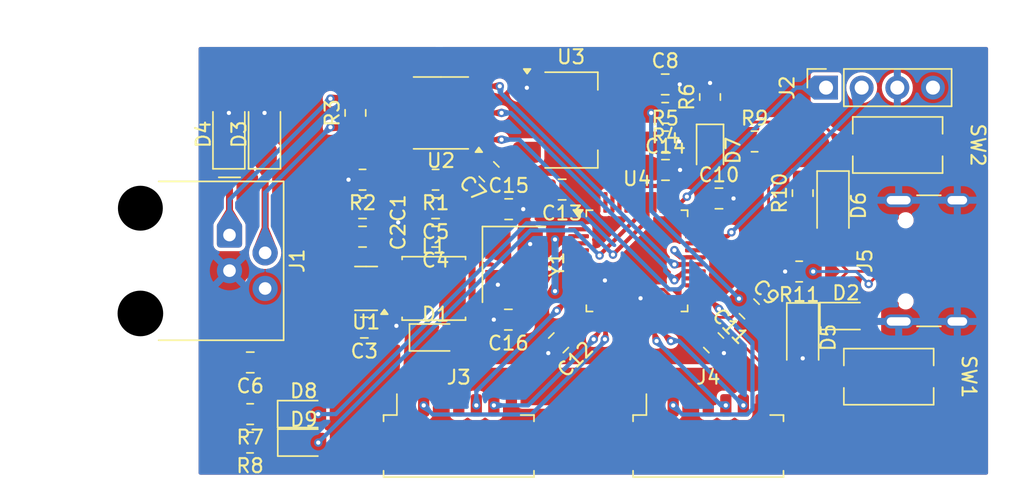
<source format=kicad_pcb>
(kicad_pcb (version 20240108) (generator "pcbnew") (generator_version "8.0")
  (layers (0 "F.Cu" signal) (31 "B.Cu" power) (34 "B.Paste" user) (35 "F.Paste" user) (36 "B.SilkS" user "B.Silkscreen") (37 "F.SilkS" user "F.Silkscreen") (38 "B.Mask" user) (39 "F.Mask" user) (44 "Edge.Cuts" user))
  (net 0 "")
  (net 1 "+12V")
  (net 2 "GND")
  (net 3 "Net-(U1-SW)")
  (net 4 "Net-(U1-VBST)")
  (net 5 "Net-(D1-A)")
  (net 6 "+5V")
  (net 7 "+3.3V")
  (net 8 "/RESET")
  (net 9 "/RCC_OSC_IN")
  (net 10 "/RCC_OSC_OUT")
  (net 11 "Net-(D2-A)")
  (net 12 "/RJ9_DB")
  (net 13 "/RJ9_DA")
  (net 14 "/USB_D-")
  (net 15 "/USB_D+")
  (net 16 "Net-(D7-K)")
  (net 17 "Net-(D8-K)")
  (net 18 "/STAT_LED")
  (net 19 "Net-(D9-K)")
  (net 20 "/DBG_LED")
  (net 21 "/SWDIO")
  (net 22 "/SWCLK")
  (net 23 "/LIDAR1_PWM")
  (net 24 "/LIDAR1_RX")
  (net 25 "/LIDAR1_TX")
  (net 26 "/LIDAR2_RX")
  (net 27 "/LIDAR2_TX")
  (net 28 "/LIDAR2_PWM")
  (net 29 "Net-(J5-CC2)")
  (net 30 "Net-(J5-CC1)")
  (net 31 "Net-(U1-VFB)")
  (net 32 "/BOOT")
  (net 33 "/RS485_RX")
  (net 34 "/RS485_MODE")
  (net 35 "/RS485_TX")
  (footprint "Package_TO_SOT_SMD:SOT-223-3_TabPin2" (layer "F.Cu") (at 227.711 66.167)
    (property "Reference" "U3")
    (property "Value" "NCP1117-3.3_SOT223")
  )
  (footprint "Capacitor_SMD:C_0805_2012Metric_Pad1.18x1.45mm_HandSolder" (layer "F.Cu") (at 221.869 69.85 135)
    (property "Reference" "C7")
    (property "Value" "22uF")
  )
  (footprint "Connector_Molex:Molex_PicoBlade_53261-0771_1x07-1MP_P1.25mm_Horizontal" (layer "F.Cu") (at 237.49 88.9)
    (property "Reference" "J4")
    (property "Value" "Conn_01x07_Pin")
  )
  (footprint "Capacitor_SMD:C_0805_2012Metric_Pad1.18x1.45mm_HandSolder" (layer "F.Cu") (at 212.852 72.450069)
    (property "Reference" "C1")
    (property "Value" "10uF")
  )
  (footprint "Capacitor_SMD:C_0805_2012Metric_Pad1.18x1.45mm_HandSolder" (layer "F.Cu") (at 238.252 71.755)
    (property "Reference" "C10")
    (property "Value" "10uF")
  )
  (footprint "Diode_SMD:D_0805_2012Metric_Pad1.15x1.40mm_HandSolder" (layer "F.Cu") (at 218.059 81.661)
    (property "Reference" "D1")
    (property "Value" "D_Schottky")
  )
  (footprint "Package_QFP:LQFP-48_7x7mm_P0.5mm" (layer "F.Cu") (at 232.41 76.2)
    (property "Reference" "U4")
    (property "Value" "STM32F103C8T6")
  )
  (footprint "Resistor_SMD:R_0805_2012Metric_Pad1.20x1.40mm_HandSolder" (layer "F.Cu") (at 212.852 70.418069 180)
    (property "Reference" "R2")
    (property "Value" "10k")
  )
  (footprint "Connector_USB:USB_C_Receptacle_GCT_USB4105-xx-A_16P_TopMnt_Horizontal" (layer "F.Cu") (at 254.163 76.2 90)
    (property "Reference" "J5")
    (property "Value" "USB_C_Receptacle_USB2.0_14P")
  )
  (footprint "Diode_SMD:D_1206_3216Metric_Pad1.42x1.75mm_HandSolder" (layer "F.Cu") (at 203.327 67.183 90)
    (property "Reference" "D4")
    (property "Value" "D_TVS")
  )
  (footprint "Resistor_SMD:R_0805_2012Metric_Pad1.20x1.40mm_HandSolder" (layer "F.Cu") (at 237.617 64.525 90)
    (property "Reference" "R6")
    (property "Value" "220")
  )
  (footprint "LED_SMD:LED_0805_2012Metric_Pad1.15x1.40mm_HandSolder" (layer "F.Cu") (at 237.617 68.335 -90)
    (property "Reference" "D7")
    (property "Value" "PWR_LED")
  )
  (footprint "Capacitor_SMD:C_0805_2012Metric_Pad1.18x1.45mm_HandSolder" (layer "F.Cu") (at 204.851 83.439 180)
    (property "Reference" "C6")
    (property "Value" "10uF")
  )
  (footprint "Capacitor_SMD:C_0805_2012Metric_Pad1.18x1.45mm_HandSolder" (layer "F.Cu") (at 240.411 79.629 -45)
    (property "Reference" "C9")
    (property "Value" "100nF")
  )
  (footprint "Resistor_SMD:R_0805_2012Metric_Pad1.20x1.40mm_HandSolder" (layer "F.Cu") (at 212.344 65.659 90)
    (property "Reference" "R3")
    (property "Value" "120")
  )
  (footprint "Resistor_SMD:R_0805_2012Metric_Pad1.20x1.40mm_HandSolder" (layer "F.Cu") (at 204.844 87.122 180)
    (property "Reference" "R7")
    (property "Value" "220")
  )
  (footprint "Crystal:Crystal_SMD_3225-4Pin_3.2x2.5mm_HandSoldering" (layer "F.Cu") (at 223.647 76.454 -90)
    (property "Reference" "Y1")
    (property "Value" "16MHz")
  )
  (footprint "Resistor_SMD:R_0805_2012Metric_Pad1.20x1.40mm_HandSolder" (layer "F.Cu") (at 244.221 71.374 90)
    (property "Reference" "R10")
    (property "Value" "5.1k")
  )
  (footprint "Capacitor_SMD:C_0805_2012Metric_Pad1.18x1.45mm_HandSolder" (layer "F.Cu") (at 218.059 72.450069 180)
    (property "Reference" "C5")
    (property "Value" "22uF")
  )
  (footprint "Capacitor_SMD:C_0805_2012Metric_Pad1.18x1.45mm_HandSolder" (layer "F.Cu") (at 218.059 74.482069 180)
    (property "Reference" "C4")
    (property "Value" "22uF")
  )
  (footprint "Package_TO_SOT_SMD:SOT-23-6" (layer "F.Cu") (at 213.106 78.165069 180)
    (property "Reference" "U1")
    (property "Value" "TPS563200")
  )
  (footprint "Capacitor_SMD:C_0805_2012Metric_Pad1.18x1.45mm_HandSolder" (layer "F.Cu") (at 212.979 80.959069 180)
    (property "Reference" "C3")
    (property "Value" "100nF")
  )
  (footprint "Capacitor_SMD:C_0805_2012Metric_Pad1.18x1.45mm_HandSolder" (layer "F.Cu") (at 212.852 74.482069)
    (property "Reference" "C2")
    (property "Value" "10uF")
  )
  (footprint "LED_SMD:LED_0805_2012Metric_Pad1.15x1.40mm_HandSolder" (layer "F.Cu") (at 208.67 89.154)
    (property "Reference" "D9")
    (property "Value" "DBG_LED")
  )
  (footprint "Package_SO:SOIC-8_3.9x4.9mm_P1.27mm" (layer "F.Cu") (at 218.44 65.659 180)
    (property "Reference" "U2")
    (property "Value" "THVD1420D")
  )
  (footprint "Capacitor_SMD:C_0805_2012Metric_Pad1.18x1.45mm_HandSolder" (layer "F.Cu") (at 223.266 72.517)
    (property "Reference" "C15")
    (property "Value" "10pF")
  )
  (footprint "Diode_SMD:D_1206_3216Metric_Pad1.42x1.75mm_HandSolder" (layer "F.Cu") (at 244.221 81.661 -90)
    (property "Reference" "D5")
    (property "Value" "D_TVS")
  )
  (footprint "Capacitor_SMD:C_0805_2012Metric_Pad1.18x1.45mm_HandSolder" (layer "F.Cu") (at 223.2445 80.391 180)
    (property "Reference" "C16")
    (property "Value" "10pF")
  )
  (footprint "Capacitor_SMD:C_0805_2012Metric_Pad1.18x1.45mm_HandSolder" (layer "F.Cu") (at 226.822 82.042 -135)
    (property "Reference" "C12")
    (property "Value" "100nF")
  )
  (footprint "Connector_RJ:RJ9_Evercom_5301-440xxx_Horizontal" (layer "F.Cu") (at 203.37 74.36 -90)
    (property "Reference" "J1")
    (property "Value" "RJ9")
  )
  (footprint "Resistor_SMD:R_0805_2012Metric_Pad1.20x1.40mm_HandSolder" (layer "F.Cu") (at 234.4205 65.659 180)
    (property "Reference" "R4")
    (property "Value" "4.7k")
  )
  (footprint "Inductor_SMD:L_Abracon_ASPI-0425" (layer "F.Cu") (at 217.932 78.165069)
    (property "Reference" "L1")
    (property "Value" "3.3uH")
  )
  (footprint "Connector_Molex:Molex_PicoBlade_53261-0771_1x07-1MP_P1.25mm_Horizontal" (layer "F.Cu") (at 219.71 88.9)
    (property "Reference" "J3")
    (property "Value" "Conn_01x07_Pin")
  )
  (footprint "Resistor_SMD:R_0805_2012Metric_Pad1.20x1.40mm_HandSolder" (layer "F.Cu") (at 218.059 70.418069 180)
    (property "Reference" "R1")
    (property "Value" "56.2k")
  )
  (footprint "Resistor_SMD:R_0805_2012Metric_Pad1.20x1.40mm_HandSolder" (layer "F.Cu") (at 204.835 89.154 180)
    (property "Reference" "R8")
    (property "Value" "220")
  )
  (footprint "Capacitor_SMD:C_0805_2012Metric_Pad1.18x1.45mm_HandSolder" (layer "F.Cu") (at 234.4205 63.627)
    (property "Reference" "C8")
    (property "Value" "22uF")
  )
  (footprint "LED_SMD:LED_0805_2012Metric_Pad1.15x1.40mm_HandSolder" (layer "F.Cu") (at 208.661 87.122)
    (property "Reference" "D8")
    (property "Value" "STAT_LED")
  )
  (footprint "Capacitor_SMD:C_0805_2012Metric_Pad1.18x1.45mm_HandSolder" (layer "F.Cu") (at 234.442 69.723)
    (property "Reference" "C14")
    (property "Value" "100nF")
  )
  (footprint "Diode_SMD:D_1206_3216Metric_Pad1.42x1.75mm_HandSolder" (layer "F.Cu") (at 246.38 72.263 -90)
    (property "Reference" "D6")
    (property "Value" "D_TVS")
  )
  (footprint "Button_Switch_SMD:SW_Tactile_SPST_NO_Straight_CK_PTS636Sx25SMTRLFS" (layer "F.Cu") (at 250.353 84.455)
    (property "Reference" "SW1")
    (property "Value" "SW_SPST")
  )
  (footprint "Resistor_SMD:R_0805_2012Metric_Pad1.20x1.40mm_HandSolder" (layer "F.Cu") (at 234.4205 67.691)
    (property "Reference" "R5")
    (property "Value" "100k")
  )
  (footprint "Resistor_SMD:R_0805_2012Metric_Pad1.20x1.40mm_HandSolder" (layer "F.Cu") (at 243.967 76.962 180)
    (property "Reference" "R11")
    (property "Value" "5.1k")
  )
  (footprint "Diode_SMD:D_0805_2012Metric_Pad1.15x1.40mm_HandSolder" (layer "F.Cu") (at 247.305 80.137)
    (property "Reference" "D2")
    (property "Value" "D_Schottky")
  )
  (footprint "Connector_PinSocket_2.54mm:PinSocket_1x04_P2.54mm_Vertical" (layer "F.Cu") (at 245.882 63.856 90)
    (property "Reference" "J2")
    (property "Value" "Conn_01x04_Pin")
  )
  (footprint "Button_Switch_SMD:SW_Tactile_SPST_NO_Straight_CK_PTS636Sx25SMTRLFS" (layer "F.Cu") (at 250.988 67.945)
    (property "Reference" "SW2")
    (property "Value" "SW_SPST")
  )
  (footprint "Resistor_SMD:R_0805_2012Metric_Pad1.20x1.40mm_HandSolder" (layer "F.Cu") (at 240.792 67.691)
    (property "Reference" "R9")
    (property "Value" "1.5k")
  )
  (footprint "Capacitor_SMD:C_0805_2012Metric_Pad1.18x1.45mm_HandSolder" (layer "F.Cu") (at 237.871 82.042 -45)
    (property "Reference" "C11")
    (property "Value" "100nF")
  )
  (footprint "Capacitor_SMD:C_0805_2012Metric_Pad1.18x1.45mm_HandSolder" (layer "F.Cu") (at 227.076 71.12 180)
    (property "Reference" "C13")
    (property "Value" "100nF")
  )
  (footprint "Diode_SMD:D_1206_3216Metric_Pad1.42x1.75mm_HandSolder" (layer "F.Cu") (at 205.867 67.183 90)
    (property "Reference" "D3")
    (property "Value" "D_TVS")
  )
  (segment (start 205.8885 78.1915) (end 205.91 78.17) (width 0.5) (layer "F.Cu") (net 1))
  (segment (start 211.9685 78.165069) (end 212.630999 78.165069) (width 0.5) (layer "F.Cu") (net 1))
  (segment (start 205.8885 83.439) (end 205.8885 78.1915) (width 0.5) (layer "F.Cu") (net 1))
  (segment (start 212.630999 78.165069) (end 213.580999 77.215069) (width 0.5) (layer "F.Cu") (net 1))
  (segment (start 213.580999 77.215069) (end 214.2435 77.215069) (width 0.5) (layer "F.Cu") (net 1))
  (segment (start 236.5725 73.95) (end 237.8195 73.95) (width 0.3) (layer "F.Cu") (net 2))
  (segment (start 222.497 77.904) (end 222.497 80.101) (width 0.5) (layer "F.Cu") (net 2))
  (segment (start 224.3035 72.517) (end 224.3035 74.5105) (width 0.5) (layer "F.Cu") (net 2))
  (segment (start 203.327 65.6955) (end 203.327 65.659) (width 0.5) (layer "F.Cu") (net 2))
  (segment (start 225.21 64.262) (end 225.196 64.248) (width 0.5) (layer "F.Cu") (net 2))
  (segment (start 234.66 80.3625) (end 234.66 79.52188) (width 0.3) (layer "F.Cu") (net 2))
  (segment (start 215.207 80.078569) (end 214.2435 79.115069) (width 0.5) (layer "F.Cu") (net 2))
  (segment (start 244.6225 70.7755) (end 244.221 70.374) (width 0.5) (layer "F.Cu") (net 2))
  (segment (start 203.8135 77.3435) (end 203.37 76.9) (width 0.5) (layer "F.Cu") (net 2))
  (segment (start 239.2895 72.48) (end 239.2895 71.755) (width 0.3) (layer "F.Cu") (net 2))
  (segment (start 205.867 65.659) (end 205.867 65.532) (width 0.5) (layer "F.Cu") (net 2))
  (segment (start 215.207 80.774069) (end 215.207 80.078569) (width 0.5) (layer "F.Cu") (net 2))
  (segment (start 234.00512 78.867) (end 232.664 78.867) (width 0.3) (layer "F.Cu") (net 2))
  (segment (start 215.265 80.832069) (end 215.207 80.774069) (width 0.5) (layer "F.Cu") (net 2))
  (segment (start 222.497 80.101) (end 222.207 80.391) (width 0.5) (layer "F.Cu") (net 2))
  (segment (start 203.327 65.659) (end 203.327 65.532) (width 0.5) (layer "F.Cu") (net 2))
  (segment (start 237.8195 73.95) (end 239.2895 72.48) (width 0.3) (layer "F.Cu") (net 2))
  (segment (start 242.967 76.962) (end 242.967 78.540246) (width 0.5) (layer "F.Cu") (net 2))
  (segment (start 242.967 78.540246) (end 241.144623 80.362623) (width 0.5) (layer "F.Cu") (net 2))
  (segment (start 234.66 79.52188) (end 234.00512 78.867) (width 0.3) (layer "F.Cu") (net 2))
  (segment (start 224.3035 74.5105) (end 224.797 75.004) (width 0.5) (layer "F.Cu") (net 2))
  (segment (start 229.477 76.95) (end 230.124 77.597) (width 0.3) (layer "F.Cu") (net 2))
  (segment (start 228.2475 76.95) (end 229.477 76.95) (width 0.3) (layer "F.Cu") (net 2))
  (segment (start 224.3035 72.517) (end 224.6415 72.517) (width 0.5) (layer "F.Cu") (net 2))
  (segment (start 224.6415 72.517) (end 226.0385 71.12) (width 0.5) (layer "F.Cu") (net 2))
  (segment (start 246.38 70.7755) (end 244.6225 70.7755) (width 0.5) (layer "F.Cu") (net 2))
  (segment (start 205.867 65.6955) (end 205.867 65.659) (width 0.5) (layer "F.Cu") (net 2))
  (via (at 235.4795 69.723) (size 0.6) (drill 0.3) (layers "F.Cu" "B.Cu") (net 2))
  (via (at 224.797 75.004) (size 0.6) (drill 0.3) (layers "F.Cu" "B.Cu") (net 2))
  (via (at 244.221 83.1485) (size 0.6) (drill 0.3) (layers "F.Cu" "B.Cu") (net 2))
  (via (at 235.458 63.627) (size 0.6) (drill 0.3) (layers "F.Cu" "B.Cu") (net 2))
  (via (at 224.561 63.867) (size 0.6) (drill 0.3) (layers "F.Cu" "B.Cu") (net 2))
  (via (at 205.867 65.659) (size 0.6) (drill 0.3) (layers "F.Cu" "B.Cu") (net 2))
  (via (at 222.497 77.904) (size 0.6) (drill 0.3) (layers "F.Cu" "B.Cu") (net 2))
  (via (at 230.124 77.597) (size 0.6) (drill 0.3) (layers "F.Cu" "B.Cu") (net 2))
  (via (at 215.392 73.466069) (size 0.6) (drill 0.3) (layers "F.Cu" "B.Cu") (net 2))
  (via (at 238.604623 82.775623) (size 0.6) (drill 0.3) (layers "F.Cu" "B.Cu") (net 2))
  (via (at 237.617 63.525) (size 0.6) (drill 0.3) (layers "F.Cu" "B.Cu") (net 2))
  (via (at 222.207 80.391) (size 0.6) (drill 0.3) (layers "F.Cu" "B.Cu") (net 2))
  (via (at 226.088377 82.775623) (size 0.6) (drill 0.3) (layers "F.Cu" "B.Cu") (net 2))
  (via (at 203.327 65.659) (size 0.6) (drill 0.3) (layers "F.Cu" "B.Cu") (net 2))
  (via (at 242.967 76.962) (size 0.6) (drill 0.3) (layers "F.Cu" "B.Cu") (net 2))
  (via (at 232.664 78.867) (size 0.6) (drill 0.3) (layers "F.Cu" "B.Cu") (net 2))
  (via (at 239.2895 71.755) (size 0.6) (drill 0.3) (layers "F.Cu" "B.Cu") (net 2))
  (via (at 224.3035 72.517) (size 0.6) (drill 0.3) (layers "F.Cu" "B.Cu") (net 2))
  (via (at 215.265 80.832069) (size 0.6) (drill 0.3) (layers "F.Cu" "B.Cu") (net 2))
  (via (at 211.852 70.418069) (size 0.6) (drill 0.3) (layers "F.Cu" "B.Cu") (net 2))
  (via (at 235.4205 67.691) (size 0.6) (drill 0.3) (layers "F.Cu" "B.Cu") (net 2))
  (segment (start 213.678316 78.165069) (end 213.131 78.712385) (width 0.5) (layer "F.Cu") (net 3))
  (segment (start 214.2435 78.165069) (end 213.678316 78.165069) (width 0.5) (layer "F.Cu") (net 3))
  (segment (start 213.131 78.712385) (end 213.131 80.073569) (width 0.5) (layer "F.Cu") (net 3))
  (segment (start 214.2435 78.165069) (end 216.407 78.165069) (width 0.5) (layer "F.Cu") (net 3))
  (segment (start 213.131 80.073569) (end 214.0165 80.959069) (width 0.5) (layer "F.Cu") (net 3))
  (segment (start 211.9685 80.932069) (end 211.9415 80.959069) (width 0.5) (layer "F.Cu") (net 4))
  (segment (start 211.9685 79.115069) (end 211.9685 80.932069) (width 0.5) (layer "F.Cu") (net 4))
  (segment (start 223.379 68.467) (end 220.657 71.189) (width 0.5) (layer "F.Cu") (net 6))
  (segment (start 220.657 71.189) (end 220.657 81.859878) (width 0.5) (layer "F.Cu") (net 6))
  (segment (start 218.184 82.811) (end 217.034 81.661) (width 0.5) (layer "F.Cu") (net 6))
  (segment (start 224.561 68.467) (end 223.379 68.467) (width 0.5) (layer "F.Cu") (net 6))
  (segment (start 220.657 81.859878) (end 219.705878 82.811) (width 0.5) (layer "F.Cu") (net 6))
  (segment (start 219.705878 82.811) (end 218.184 82.811) (width 0.5) (layer "F.Cu") (net 6))
  (segment (start 231.38788 69.469) (end 229.66 71.19688) (width 0.3) (layer "F.Cu") (net 7))
  (segment (start 237.2145 71.755) (end 237.2145 72.708) (width 0.5) (layer "F.Cu") (net 7))
  (segment (start 229.335 79.275) (end 227.555623 81.054377) (width 0.3) (layer "F.Cu") (net 7))
  (segment (start 229.335 77.69688) (end 229.335 79.275) (width 0.3) (layer "F.Cu") (net 7))
  (segment (start 228.1135 73.316) (end 228.2475 73.45) (width 0.3) (layer "F.Cu") (net 7))
  (segment (start 228.1135 71.12) (end 228.1135 73.316) (width 0.3) (layer "F.Cu") (net 7))
  (segment (start 229.66 71.19688) (end 229.66 72.0375) (width 0.3) (layer "F.Cu") (net 7))
  (segment (start 236.105877 81.308377) (end 235.16 80.3625) (width 0.3) (layer "F.Cu") (net 7))
  (segment (start 227.555623 81.054377) (end 227.555623 81.308377) (width 0.3) (layer "F.Cu") (net 7))
  (segment (start 237.137377 81.308377) (end 236.105877 81.308377) (width 0.3) (layer "F.Cu") (net 7))
  (segment (start 233.4045 69.469) (end 231.38788 69.469) (width 0.3) (layer "F.Cu") (net 7))
  (segment (start 229.08812 77.45) (end 229.335 77.69688) (width 0.3) (layer "F.Cu") (net 7))
  (segment (start 228.2475 77.45) (end 229.08812 77.45) (width 0.3) (layer "F.Cu") (net 7))
  (segment (start 237.2145 72.708) (end 236.5725 73.35) (width 0.5) (layer "F.Cu") (net 7))
  (via (at 226.568 78.359) (size 0.6) (drill 0.3) (layers "F.Cu" "B.Cu") (net 7))
  (via (at 226.568 74.676) (size 0.6) (drill 0.3) (layers "F.Cu" "B.Cu") (net 7))
  (segment (start 226.568 74.676) (end 226.568 78.359) (width 0.5) (layer "B.Cu") (net 7))
  (segment (start 242.229471 84.455) (end 237.954735 80.180265) (width 0.2) (layer "F.Cu") (net 8))
  (segment (start 237.317061 79.54259) (end 235.61 79.54259) (width 0.2) (layer "F.Cu") (net 8))
  (segment (start 231.607529 78.232) (end 229.825529 76.45) (width 0.2) (layer "F.Cu") (net 8))
  (segment (start 238.003471 80.229) (end 237.954735 80.180265) (width 0.2) (layer "F.Cu") (net 8))
  (segment (start 237.954735 80.180265) (end 237.317061 79.54259) (width 0.2) (layer "F.Cu") (net 8))
  (segment (start 235.61 79.54259) (end 234.29941 78.232) (width 0.2) (layer "F.Cu") (net 8))
  (segment (start 246.478 84.455) (end 242.229471 84.455) (width 0.2) (layer "F.Cu") (net 8))
  (segment (start 229.825529 76.45) (end 228.2475 76.45) (width 0.2) (layer "F.Cu") (net 8))
  (segment (start 239.153836 80.229) (end 238.003471 80.229) (width 0.2) (layer "F.Cu") (net 8))
  (segment (start 239.677377 79.705459) (end 239.153836 80.229) (width 0.2) (layer "F.Cu") (net 8))
  (segment (start 239.677377 78.895377) (end 239.677377 79.705459) (width 0.2) (layer "F.Cu") (net 8))
  (segment (start 234.29941 78.232) (end 231.607529 78.232) (width 0.2) (layer "F.Cu") (net 8))
  (via (at 233.4205 65.659) (size 0.6) (drill 0.3) (layers "F.Cu" "B.Cu") (net 8))
  (via (at 239.677377 78.895377) (size 0.6) (drill 0.3) (layers "F.Cu" "B.Cu") (net 8))
  (segment (start 233.4205 65.659) (end 233.4205 72.6385) (width 0.3) (layer "B.Cu") (net 8))
  (segment (start 233.4205 72.6385) (end 239.677377 78.895377) (width 0.3) (layer "B.Cu") (net 8))
  (segment (start 227.199774 75.45) (end 226.195774 76.454) (width 0.3) (layer "F.Cu") (net 9))
  (segment (start 222.497 75.004) (end 222.497 72.7855) (width 0.3) (layer "F.Cu") (net 9))
  (segment (start 223.139 76.454) (end 222.497 75.812) (width 0.3) (layer "F.Cu") (net 9))
  (segment (start 222.497 75.812) (end 222.497 75.004) (width 0.3) (layer "F.Cu") (net 9))
  (segment (start 228.2475 75.45) (end 227.199774 75.45) (width 0.3) (layer "F.Cu") (net 9))
  (segment (start 222.497 72.7855) (end 222.2285 72.517) (width 0.3) (layer "F.Cu") (net 9))
  (segment (start 226.195774 76.454) (end 223.139 76.454) (width 0.3) (layer "F.Cu") (net 9))
  (segment (start 224.282 80.391) (end 224.282 78.419) (width 0.3) (layer "F.Cu") (net 10))
  (segment (start 224.282 78.419) (end 224.797 77.904) (width 0.3) (layer "F.Cu") (net 10))
  (segment (start 228.2475 75.95) (end 227.40688 75.95) (width 0.3) (layer "F.Cu") (net 10))
  (segment (start 225.45288 77.904) (end 224.797 77.904) (width 0.3) (layer "F.Cu") (net 10))
  (segment (start 227.40688 75.95) (end 225.45288 77.904) (width 0.3) (layer "F.Cu") (net 10))
  (segment (start 251.093406 78.6) (end 250.483 78.6) (width 0.2) (layer "F.Cu") (net 11))
  (segment (start 251.758 77.935406) (end 251.093406 78.6) (width 0.2) (layer "F.Cu") (net 11))
  (segment (start 250.483 73.8) (end 251.057999 73.8) (width 0.2) (layer "F.Cu") (net 11))
  (segment (start 251.057999 73.8) (end 251.758 74.500001) (width 0.2) (layer "F.Cu") (net 11))
  (segment (start 249.867 78.6) (end 248.33 80.137) (width 0.2) (layer "F.Cu") (net 11))
  (segment (start 251.758 74.500001) (end 251.758 77.935406) (width 0.2) (layer "F.Cu") (net 11))
  (segment (start 250.483 78.6) (end 249.867 78.6) (width 0.2) (layer "F.Cu") (net 11))
  (segment (start 205.91 75.63) (end 205.91 68.7135) (width 0.5) (layer "F.Cu") (net 12))
  (segment (start 212.328 66.675) (end 212.344 66.659) (width 0.5) (layer "F.Cu") (net 12))
  (segment (start 215.965 66.294) (end 212.709 66.294) (width 0.3) (layer "F.Cu") (net 12))
  (segment (start 205.91 68.7135) (end 205.867 68.6705) (width 0.5) (layer "F.Cu") (net 12))
  (segment (start 212.709 66.294) (end 212.344 66.659) (width 0.3) (layer "F.Cu") (net 12))
  (segment (start 210.566 66.675) (end 212.328 66.675) (width 0.5) (layer "F.Cu") (net 12))
  (via (at 210.566 66.675) (size 0.6) (drill 0.3) (layers "F.Cu" "B.Cu") (net 12))
  (segment (start 205.91 75.63) (end 205.91 71.331) (width 0.3) (layer "B.Cu") (net 12))
  (segment (start 205.91 71.331) (end 210.566 66.675) (width 0.3) (layer "B.Cu") (net 12))
  (segment (start 212.328 64.643) (end 212.344 64.659) (width 0.5) (layer "F.Cu") (net 13))
  (segment (start 212.709 65.024) (end 212.344 64.659) (width 0.3) (layer "F.Cu") (net 13))
  (segment (start 210.566 64.643) (end 212.328 64.643) (width 0.5) (layer "F.Cu") (net 13))
  (segment (start 215.965 65.024) (end 212.709 65.024) (width 0.3) (layer "F.Cu") (net 13))
  (segment (start 203.37 74.36) (end 203.37 68.7135) (width 0.5) (layer "F.Cu") (net 13))
  (segment (start 203.37 68.7135) (end 203.327 68.6705) (width 0.5) (layer "F.Cu") (net 13))
  (via (at 210.566 64.643) (size 0.6) (drill 0.3) (layers "F.Cu" "B.Cu") (net 13))
  (segment (start 203.37 74.36) (end 203.37 71.839) (width 0.3) (layer "B.Cu") (net 13))
  (segment (start 203.37 71.839) (end 210.566 64.643) (width 0.3) (layer "B.Cu") (net 13))
  (segment (start 251.09041 76.95) (end 250.483 76.95) (width 0.2) (layer "F.Cu") (net 14))
  (segment (start 251.358 76.68241) (end 251.09041 76.95) (width 0.2) (layer "F.Cu") (net 14))
  (segment (start 236.5725 75.45) (end 245.9445 75.45) (width 0.2) (layer "F.Cu") (net 14))
  (segment (start 251.09041 75.95) (end 251.358 76.21759) (width 0.2) (layer "F.Cu") (net 14))
  (segment (start 247.4445 76.95) (end 250.483 76.95) (width 0.2) (layer "F.Cu") (net 14))
  (segment (start 245.9445 75.45) (end 247.4445 76.95) (width 0.2) (layer "F.Cu") (net 14))
  (segment (start 250.483 75.95) (end 251.09041 75.95) (width 0.2) (layer "F.Cu") (net 14))
  (segment (start 247.4445 76.95) (end 244.221 80.1735) (width 0.2) (layer "F.Cu") (net 14))
  (segment (start 251.358 76.21759) (end 251.358 76.68241) (width 0.2) (layer "F.Cu") (net 14))
  (segment (start 250.483 75.45) (end 248.8415 75.45) (width 0.2) (layer "F.Cu") (net 15))
  (segment (start 250.483 75.45) (end 249.87559 75.45) (width 0.2) (layer "F.Cu") (net 15))
  (segment (start 249.608 75.71759) (end 249.608 76.18241) (width 0.2) (layer "F.Cu") (net 15))
  (segment (start 241.792 72.291744) (end 244.450256 74.95) (width 0.2) (layer "F.Cu") (net 15))
  (segment (start 248.3415 74.95) (end 248.49375 75.10225) (width 0.2) (layer "F.Cu") (net 15))
  (segment (start 249.87559 75.45) (end 249.608 75.71759) (width 0.2) (layer "F.Cu") (net 15))
  (segment (start 248.8415 75.45) (end 248.49375 75.10225) (width 0.2) (layer "F.Cu") (net 15))
  (segment (start 247.142 74.95) (end 246.38 74.188) (width 0.2) (layer "F.Cu") (net 15))
  (segment (start 247.142 74.95) (end 248.3415 74.95) (width 0.2) (layer "F.Cu") (net 15))
  (segment (start 249.608 76.18241) (end 249.87559 76.45) (width 0.2) (layer "F.Cu") (net 15))
  (segment (start 246.38 74.188) (end 246.38 73.7505) (width 0.2) (layer "F.Cu") (net 15))
  (segment (start 236.5725 74.95) (end 244.729 74.95) (width 0.2) (layer "F.Cu") (net 15))
  (segment (start 244.729 74.95) (end 247.142 74.95) (width 0.2) (layer "F.Cu") (net 15))
  (segment (start 249.87559 76.45) (end 250.483 76.45) (width 0.2) (layer "F.Cu") (net 15))
  (segment (start 241.792 67.691) (end 241.792 72.291744) (width 0.2) (layer "F.Cu") (net 15))
  (segment (start 244.450256 74.95) (end 244.729 74.95) (width 0.2) (layer "F.Cu") (net 15))
  (segment (start 237.617 65.525) (end 237.617 67.31) (width 0.5) (layer "F.Cu") (net 16))
  (segment (start 207.636 87.122) (end 205.844 87.122) (width 0.5) (layer "F.Cu") (net 17))
  (segment (start 233.16 73.29736) (end 230.69868 75.75868) (width 0.3) (layer "F.Cu") (net 18))
  (segment (start 233.16 72.0375) (end 233.16 73.29736) (width 0.3) (layer "F.Cu") (net 18))
  (via (at 209.686 87.122) (size 0.6) (drill 0.3) (layers "F.Cu" "B.Cu") (net 18))
  (via (at 230.69868 75.75868) (size 0.6) (drill 0.3) (layers "F.Cu" "B.Cu") (net 18))
  (segment (start 230.69868 75.75868) (end 228.466 73.526) (width 0.3) (layer "B.Cu") (net 18))
  (segment (start 224.543 73.526) (end 210.947 87.122) (width 0.3) (layer "B.Cu") (net 18))
  (segment (start 210.947 87.122) (end 209.686 87.122) (width 0.3) (layer "B.Cu") (net 18))
  (segment (start 228.466 73.526) (end 224.543 73.526) (width 0.3) (layer "B.Cu") (net 18))
  (segment (start 205.835 89.154) (end 207.645 89.154) (width 0.5) (layer "F.Cu") (net 19))
  (segment (start 232.66 72.87812) (end 232.66 72.0375) (width 0.3) (layer "F.Cu") (net 20))
  (segment (start 229.743 75.819) (end 229.743 75.79512) (width 0.3) (layer "F.Cu") (net 20))
  (segment (start 229.743 75.79512) (end 232.66 72.87812) (width 0.3) (layer "F.Cu") (net 20))
  (via (at 209.695 89.154) (size 0.6) (drill 0.3) (layers "F.Cu" "B.Cu") (net 20))
  (via (at 229.743 75.819) (size 0.6) (drill 0.3) (layers "F.Cu" "B.Cu") (net 20))
  (segment (start 227.95 74.026) (end 224.823 74.026) (width 0.3) (layer "B.Cu") (net 20))
  (segment (start 229.743 75.819) (end 227.95 74.026) (width 0.3) (layer "B.Cu") (net 20))
  (segment (start 224.823 74.026) (end 209.695 89.154) (width 0.3) (layer "B.Cu") (net 20))
  (segment (start 236.5725 74.45) (end 238.859 74.45) (width 0.3) (layer "F.Cu") (net 21))
  (segment (start 238.859 74.45) (end 239.141 74.168) (width 0.3) (layer "F.Cu") (net 21))
  (via (at 239.141 74.168) (size 0.6) (drill 0.3) (layers "F.Cu" "B.Cu") (net 21))
  (segment (start 239.141 74.168) (end 248.422 64.887) (width 0.3) (layer "B.Cu") (net 21))
  (segment (start 248.422 64.887) (end 248.422 63.856) (width 0.3) (layer "B.Cu") (net 21))
  (segment (start 235.16 72.0375) (end 235.5565 72.0375) (width 0.3) (layer "F.Cu") (net 22))
  (segment (start 235.5565 72.0375) (end 235.966 71.628) (width 0.3) (layer "F.Cu") (net 22))
  (via (at 235.966 71.628) (size 0.6) (drill 0.3) (layers "F.Cu" "B.Cu") (net 22))
  (segment (start 243.738 63.856) (end 245.882 63.856) (width 0.3) (layer "B.Cu") (net 22))
  (segment (start 235.966 71.628) (end 243.738 63.856) (width 0.3) (layer "B.Cu") (net 22))
  (segment (start 230.124 81.788) (end 230.16 81.752) (width 0.3) (layer "F.Cu") (net 23))
  (segment (start 230.16 81.752) (end 230.16 80.3625) (width 0.3) (layer "F.Cu") (net 23))
  (via (at 230.124 81.788) (size 0.6) (drill 0.3) (layers "F.Cu" "B.Cu") (net 23))
  (via (at 217.21 86.5) (size 0.6) (drill 0.3) (layers "F.Cu" "B.Cu") (net 23))
  (segment (start 230.124 81.788) (end 230.124 81.907236) (width 0.3) (layer "B.Cu") (net 23))
  (segment (start 224.881236 87.15) (end 217.86 87.15) (width 0.3) (layer "B.Cu") (net 23))
  (segment (start 217.86 87.15) (end 217.21 86.5) (width 0.3) (layer "B.Cu") (net 23))
  (segment (start 230.124 81.907236) (end 224.881236 87.15) (width 0.3) (layer "B.Cu") (net 23))
  (segment (start 229.323997 81.668764) (end 229.323997 81.788) (width 0.3) (layer "F.Cu") (net 24))
  (segment (start 229.66 80.3625) (end 229.66 81.332761) (width 0.3) (layer "F.Cu") (net 24))
  (segment (start 229.66 81.332761) (end 229.323997 81.668764) (width 0.3) (layer "F.Cu") (net 24))
  (via (at 222.21 86.5) (size 0.6) (drill 0.3) (layers "F.Cu" "B.Cu") (net 24))
  (via (at 229.323997 81.788) (size 0.6) (drill 0.3) (layers "F.Cu" "B.Cu") (net 24))
  (segment (start 229.323997 81.826003) (end 224.65 86.5) (width 0.3) (layer "B.Cu") (net 24))
  (segment (start 224.65 86.5) (end 222.21 86.5) (width 0.3) (layer "B.Cu") (net 24))
  (segment (start 229.323997 81.926003) (end 229.323997 81.788) (width 0.3) (layer "B.Cu") (net 24))
  (segment (start 229.323997 81.788) (end 229.323997 81.826003) (width 0.3) (layer "B.Cu") (net 24))
  (segment (start 227.501 78.95) (end 226.695 79.756) (width 0.3) (layer "F.Cu") (net 25))
  (segment (start 228.2475 78.95) (end 227.501 78.95) (width 0.3) (layer "F.Cu") (net 25))
  (via (at 220.96 86.5) (size 0.6) (drill 0.3) (layers "F.Cu" "B.Cu") (net 25))
  (via (at 226.695 79.756) (size 0.6) (drill 0.3) (layers "F.Cu" "B.Cu") (net 25))
  (segment (start 220.96 85.491) (end 220.96 86.5) (width 0.3) (layer "B.Cu") (net 25))
  (segment (start 226.695 79.756) (end 220.96 85.491) (width 0.3) (layer "B.Cu") (net 25))
  (segment (start 234.16 80.3625) (end 234.16 81.252) (width 0.3) (layer "F.Cu") (net 26))
  (segment (start 234.16 81.252) (end 234.823 81.915) (width 0.3) (layer "F.Cu") (net 26))
  (via (at 239.99 86.5) (size 0.6) (drill 0.3) (layers "F.Cu" "B.Cu") (net 26))
  (via (at 234.823 81.915) (size 0.6) (drill 0.3) (layers "F.Cu" "B.Cu") (net 26))
  (segment (start 234.823 81.915) (end 235.405 81.915) (width 0.3) (layer "B.Cu") (net 26))
  (segment (start 235.405 81.915) (end 239.99 86.5) (width 0.3) (layer "B.Cu") (net 26))
  (segment (start 233.66 81.768) (end 233.807 81.915) (width 0.3) (layer "F.Cu") (net 27))
  (segment (start 233.66 80.3625) (end 233.66 81.768) (width 0.3) (layer "F.Cu") (net 27))
  (via (at 238.74 86.5) (size 0.6) (drill 0.3) (layers "F.Cu" "B.Cu") (net 27))
  (via (at 233.807 81.915) (size 0.6) (drill 0.3) (layers "F.Cu" "B.Cu") (net 27))
  (segment (start 238.392 86.5) (end 238.74 86.5) (width 0.3) (layer "B.Cu") (net 27))
  (segment (start 233.807 81.915) (end 238.392 86.5) (width 0.3) (layer "B.Cu") (net 27))
  (segment (start 237.573 78.95) (end 236.5725 78.95) (width 0.3) (layer "F.Cu") (net 28))
  (segment (start 238.252 79.629) (end 237.573 78.95) (width 0.3) (layer "F.Cu") (net 28))
  (via (at 234.99 86.5) (size 0.6) (drill 0.3) (layers "F.Cu" "B.Cu") (net 28))
  (via (at 238.252 79.629) (size 0.6) (drill 0.3) (layers "F.Cu" "B.Cu") (net 28))
  (segment (start 240.259239 87.15) (end 235.64 87.15) (width 0.3) (layer "B.Cu") (net 28))
  (segment (start 235.64 87.15) (end 234.99 86.5) (width 0.3) (layer "B.Cu") (net 28))
  (segment (start 240.64 82.017) (end 240.64 86.769239) (width 0.3) (layer "B.Cu") (net 28))
  (segment (start 238.252 79.629) (end 240.64 82.017) (width 0.3) (layer "B.Cu") (net 28))
  (segment (start 240.64 86.769239) (end 240.259239 87.15) (width 0.3) (layer "B.Cu") (net 28))
  (segment (start 245.126 72.374) (end 244.221 72.374) (width 0.2) (layer "F.Cu") (net 29))
  (segment (start 249.917448 74.45) (end 247.730448 72.263) (width 0.2) (layer "F.Cu") (net 29))
  (segment (start 245.237 72.263) (end 245.126 72.374) (width 0.2) (layer "F.Cu") (net 29))
  (segment (start 250.483 74.45) (end 249.917448 74.45) (width 0.2) (layer "F.Cu") (net 29))
  (segment (start 250.483 74.45) (end 249.908001 74.45) (width 0.2) (layer "F.Cu") (net 29))
  (segment (start 247.730448 72.263) (end 245.237 72.263) (width 0.2) (layer "F.Cu") (net 29))
  (segment (start 249.321 77.45) (end 248.92 77.851) (width 0.2) (layer "F.Cu") (net 30))
  (segment (start 250.483 77.45) (end 249.321 77.45) (width 0.2) (layer "F.Cu") (net 30))
  (via (at 244.967 76.962) (size 0.6) (drill 0.3) (layers "F.Cu" "B.Cu") (net 30))
  (via (at 248.92 77.851) (size 0.6) (drill 0.3) (layers "F.Cu" "B.Cu") (net 30))
  (segment (start 248.92 77.851) (end 248.031 76.962) (width 0.2) (layer "B.Cu") (net 30))
  (segment (start 248.031 76.962) (end 244.967 76.962) (width 0.2) (layer "B.Cu") (net 30))
  (segment (start 213.852 70.418069) (end 217.059 70.418069) (width 0.3) (layer "F.Cu") (net 31))
  (segment (start 212.852 76.331569) (end 212.852 71.418069) (width 0.3) (layer "F.Cu") (net 31))
  (segment (start 212.852 71.418069) (end 213.852 70.418069) (width 0.3) (layer "F.Cu") (net 31))
  (segment (start 211.9685 77.215069) (end 212.852 76.331569) (width 0.3) (layer "F.Cu") (net 31))
  (segment (start 234.4565 68.698) (end 234.442 68.7125) (width 0.2) (layer "F.Cu") (net 32))
  (segment (start 238.76 67.726744) (end 238.160744 68.326) (width 0.2) (layer "F.Cu") (net 32))
  (segment (start 234.442 70.353456) (end 233.929456 70.866) (width 0.3) (layer "F.Cu") (net 32))
  (segment (start 238.160744 68.326) (end 236.728 68.326) (width 0.2) (layer "F.Cu") (net 32))
  (segment (start 239.588256 66.31) (end 238.76 67.138256) (width 0.2) (layer "F.Cu") (net 32))
  (segment (start 236.728 68.326) (end 236.347 68.707) (width 0.2) (layer "F.Cu") (net 32))
  (segment (start 238.76 67.138256) (end 238.76 67.726744) (width 0.2) (layer "F.Cu") (net 32))
  (segment (start 231.66 71.19688) (end 231.66 72.0375) (width 0.3) (layer "F.Cu") (net 32))
  (segment (start 236.347 68.707) (end 236.338 68.698) (width 0.2) (layer "F.Cu") (net 32))
  (segment (start 233.4205 67.691) (end 234.442 68.7125) (width 0.3) (layer "F.Cu") (net 32))
  (segment (start 245.478 66.31) (end 239.588256 66.31) (width 0.2) (layer "F.Cu") (net 32))
  (segment (start 247.113 67.945) (end 245.478 66.31) (width 0.2) (layer "F.Cu") (net 32))
  (segment (start 236.338 68.698) (end 234.4565 68.698) (width 0.2) (layer "F.Cu") (net 32))
  (segment (start 231.99088 70.866) (end 231.66 71.19688) (width 0.3) (layer "F.Cu") (net 32))
  (segment (start 233.929456 70.866) (end 231.99088 70.866) (width 0.3) (layer "F.Cu") (net 32))
  (segment (start 234.442 68.7125) (end 234.442 70.353456) (width 0.3) (layer "F.Cu") (net 32))
  (segment (start 235.077 75.534761) (end 235.492239 75.95) (width 0.3) (layer "F.Cu") (net 33))
  (segment (start 222.758 67.564) (end 220.915 67.564) (width 0.3) (layer "F.Cu") (net 33))
  (segment (start 235.077 75.438) (end 235.077 75.534761) (width 0.3) (layer "F.Cu") (net 33))
  (segment (start 235.492239 75.95) (end 236.5725 75.95) (width 0.3) (layer "F.Cu") (net 33))
  (via (at 222.758 67.564) (size 0.6) (drill 0.3) (layers "F.Cu" "B.Cu") (net 33))
  (via (at 235.077 75.438) (size 0.6) (drill 0.3) (layers "F.Cu" "B.Cu") (net 33))
  (segment (start 235.404997 78.232) (end 234.696 78.232) (width 0.3) (layer "B.Cu") (net 33))
  (segment (start 234.696 78.232) (end 224.028 67.564) (width 0.3) (layer "B.Cu") (net 33))
  (segment (start 224.028 67.564) (end 222.758 67.564) (width 0.3) (layer "B.Cu") (net 33))
  (segment (start 235.077 75.438) (end 235.727 76.088) (width 0.3) (layer "B.Cu") (net 33))
  (segment (start 235.727 77.909997) (end 235.404997 78.232) (width 0.3) (layer "B.Cu") (net 33))
  (segment (start 235.727 76.088) (end 235.727 77.909997) (width 0.3) (layer "B.Cu") (net 33))
  (segment (start 221.55 65.659) (end 220.915 65.024) (width 0.3) (layer "F.Cu") (net 34))
  (segment (start 235.077 77.582) (end 235.09988 77.582) (width 0.3) (layer "F.Cu") (net 34))
  (segment (start 222.758 65.659) (end 221.55 65.659) (width 0.3) (layer "F.Cu") (net 34))
  (segment (start 235.09988 77.582) (end 235.73188 76.95) (width 0.3) (layer "F.Cu") (net 34))
  (segment (start 221.55 65.659) (end 220.915 66.294) (width 0.3) (layer "F.Cu") (net 34))
  (segment (start 235.73188 76.95) (end 236.5725 76.95) (width 0.3) (layer "F.Cu") (net 34))
  (via (at 235.077 77.582) (size 0.6) (drill 0.3) (layers "F.Cu" "B.Cu") (net 34))
  (via (at 222.758 65.659) (size 0.6) (drill 0.3) (layers "F.Cu" "B.Cu") (net 34))
  (segment (start 234.419761 76.924761) (end 234.419761 76.661106) (width 0.3) (layer "B.Cu") (net 34))
  (segment (start 235.077 77.582) (end 234.419761 76.924761) (width 0.3) (layer "B.Cu") (net 34))
  (segment (start 234.419761 76.661106) (end 223.417655 65.659) (width 0.3) (layer "B.Cu") (net 34))
  (segment (start 223.417655 65.659) (end 222.758 65.659) (width 0.3) (layer "B.Cu") (net 34))
  (segment (start 236.5725 76.45) (end 235.081 76.45) (width 0.3) (layer "F.Cu") (net 35))
  (segment (start 222.631 63.754) (end 220.915 63.754) (width 0.3) (layer "F.Cu") (net 35))
  (segment (start 235.081 76.45) (end 235.077 76.454) (width 0.3) (layer "F.Cu") (net 35))
  (via (at 222.631 63.754) (size 0.6) (drill 0.3) (layers "F.Cu" "B.Cu") (net 35))
  (via (at 235.077 76.454) (size 0.6) (drill 0.3) (layers "F.Cu" "B.Cu") (net 35))
  (segment (start 234.919761 76.454) (end 235.077 76.454) (width 0.3) (layer "B.Cu") (net 35))
  (segment (start 222.631 64.165239) (end 234.919761 76.454) (width 0.3) (layer "B.Cu") (net 35))
  (segment (start 222.631 63.754) (end 222.631 64.165239) (width 0.3) (layer "B.Cu") (net 35))
  (zone (net 5) (net_name "Net-(D1-A)") (layer "F.Cu") (priority 1) (connect_pads yes (clearance 0.25)) (min_thickness 0.25) (fill yes (thermal_gap 0.5) (thermal_bridge_width 0.5) (island_removal_mode 1) (island_area_min 10))
    (polygon (pts (xy 218.313 69.469) (xy 218.313 82.677) (xy 219.964 82.677) (xy 220.345 80.137) (xy 220.345 69.469)))
  )
  (zone (net 2) (net_name "GND") (layer "F.Cu") (priority 1) (connect_pads yes (clearance 0.25)) (min_thickness 0.25) (fill yes (thermal_gap 0.5) (thermal_bridge_width 0.5) (island_removal_mode 1) (island_area_min 10))
    (polygon (pts (xy 218.44 65.659) (xy 213.487 65.659) (xy 213.487 71.247) (xy 210.947 71.247) (xy 204.47 77.724) (xy 204.47 84.836) (xy 207.264 84.836) (xy 207.264 79.756) (xy 210.947 79.883) (xy 210.947 82.169) (xy 215.519 82.169) (xy 215.646 86.487) (xy 244.983 86.36) (xy 249.809 86.36) (xy 249.809 78.994) (xy 240.665 78.994) (xy 245.999 69.596) (xy 257.429 69.596) (xy 257.429 81.534) (xy 257.429 91.44) (xy 201.168 91.44) (xy 201.168 88.392) (xy 201.168 60.96) (xy 218.44 60.96)))
  )
  (zone (net 1) (net_name "+12V") (layer "F.Cu") (priority 2) (connect_pads yes (clearance 0.25)) (min_thickness 0.25) (fill yes (thermal_gap 0.5) (thermal_bridge_width 0.5) (island_removal_mode 1) (island_area_min 10))
    (polygon (pts (xy 212.598 71.434069) (xy 212.598 79.816069) (xy 207.01 79.629) (xy 207.01 84.582) (xy 204.724 84.582) (xy 204.724 77.724) (xy 210.947 71.434069)))
  )
  (zone (net 7) (net_name "+3.3V") (layer "F.Cu") (priority 5) (connect_pads yes (clearance 0.25)) (min_thickness 0.25) (fill yes (thermal_gap 0.5) (thermal_bridge_width 0.5) (island_removal_mode 1) (island_area_min 10))
    (polygon (pts (xy 220.599 83.566) (xy 220.599 69.342) (xy 213.487 69.342) (xy 213.487 65.659) (xy 218.44 65.659) (xy 218.44 60.96) (xy 257.429 60.96) (xy 257.429 69.342) (xy 245.745 69.342) (xy 240.284 79.248) (xy 237.871 83.566)))
  )
  (zone (net 6) (net_name "+5V") (layer "F.Cu") (priority 4) (connect_pads yes (clearance 0.25)) (min_thickness 0.25) (fill yes (thermal_gap 0.5) (thermal_bridge_width 0.5) (island_removal_mode 1) (island_area_min 10))
    (polygon (pts (xy 215.9 80.772) (xy 215.646 86.487) (xy 249.555 86.487) (xy 249.555 79.248) (xy 240.284 79.248) (xy 237.871 83.566) (xy 218.313 83.566) (xy 218.313 80.772)))
  )
  (zone (net 2) (net_name "GND") (layer "F.Cu") (connect_pads yes (clearance 0.25)) (min_thickness 0.25) (fill yes (thermal_gap 0.5) (thermal_bridge_width 0.5) (island_removal_mode 1) (island_area_min 10))
    (polygon (pts (xy 213.106 75.371069) (xy 213.106 71.561069) (xy 217.805 71.561069) (xy 217.805 75.371069)))
  )
  (zone (net 2) (net_name "GND") (layer "B.Cu") (priority 3) (connect_pads (clearance 0.25)) (min_thickness 0.25) (fill yes (thermal_gap 0.5) (thermal_bridge_width 0.5))
    (polygon (pts (xy 201.168 60.96) (xy 257.429 60.96) (xy 257.429 91.44) (xy 201.168 91.44)))
  )
)
</source>
